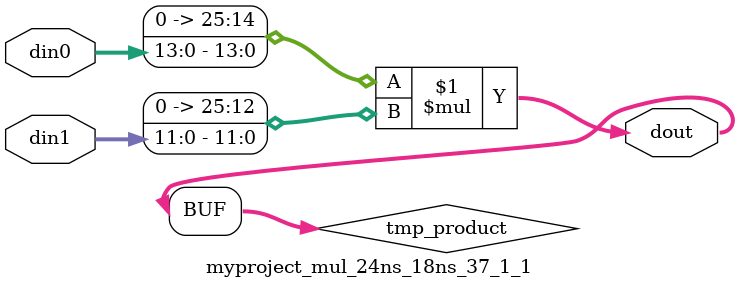
<source format=v>

`timescale 1 ns / 1 ps

  module myproject_mul_24ns_18ns_37_1_1(din0, din1, dout);
parameter ID = 1;
parameter NUM_STAGE = 0;
parameter din0_WIDTH = 14;
parameter din1_WIDTH = 12;
parameter dout_WIDTH = 26;

input [din0_WIDTH - 1 : 0] din0; 
input [din1_WIDTH - 1 : 0] din1; 
output [dout_WIDTH - 1 : 0] dout;

wire signed [dout_WIDTH - 1 : 0] tmp_product;










assign tmp_product = $signed({1'b0, din0}) * $signed({1'b0, din1});











assign dout = tmp_product;







endmodule

</source>
